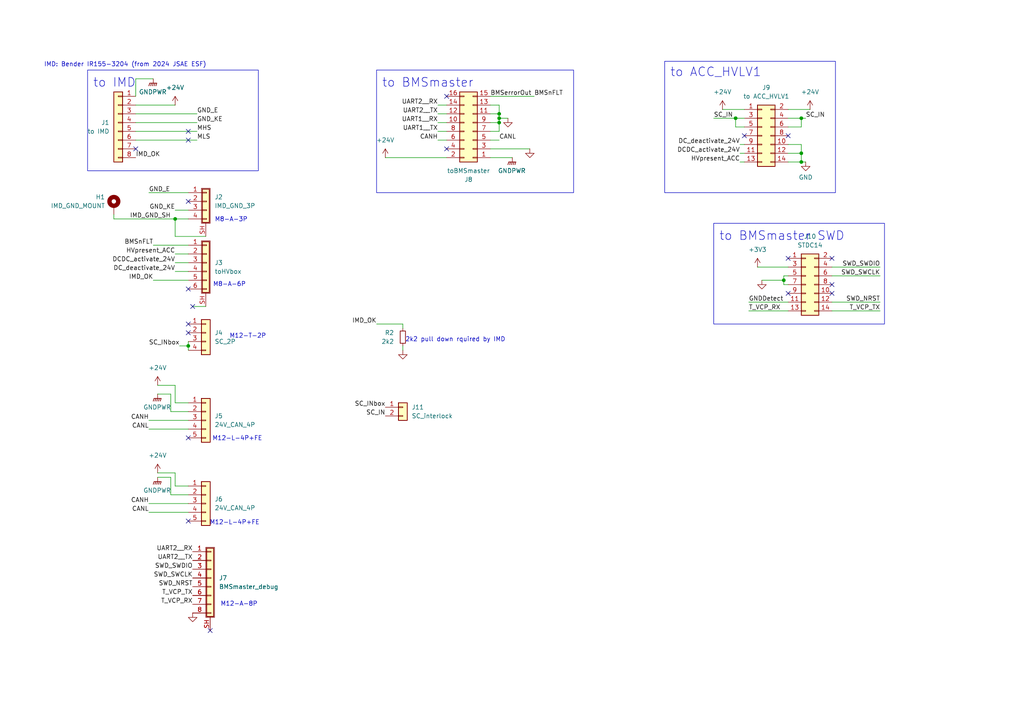
<source format=kicad_sch>
(kicad_sch (version 20231120) (generator "eeschema") (generator_version "8.0")
  (paper "A4")
  (title_block (title "ACC_CONN1") (date "2025-03-11") (rev "1.0") (company "NTURacing") (comment 1 "Jack Kuo"))
  (lib_symbols
    (symbol "Connector_Generic:Conn_01x02" (pin_names (offset 1.016) hide)
      (property "Reference" "J" (at 0 2.54 0))
      (property "Value" "Conn_01x02" (at 0 -5.08 0))
      (symbol "Conn_01x02_1_1"
        (rectangle (start -1.27 -2.413) (end 0 -2.667) (stroke (width 0.1524)))
        (rectangle (start -1.27 0.127) (end 0 -0.127) (stroke (width 0.1524)))
        (rectangle (start -1.27 1.27) (end 1.27 -3.81) (stroke (width 0.254)) (fill (type background)))
        (pin passive line (at -5.08 0 0) (length 3.81) (name "Pin_1") (number "1"))
        (pin passive line (at -5.08 -2.54 0) (length 3.81) (name "Pin_2") (number "2"))
      )
    )
    (symbol "Connector_Generic:Conn_01x04" (pin_names (offset 1.016) hide)
      (property "Reference" "J" (at 0 5.08 0))
      (property "Value" "Conn_01x04" (at 0 -7.62 0))
      (symbol "Conn_01x04_1_1"
        (rectangle (start -1.27 -4.953) (end 0 -5.207) (stroke (width 0.1524)))
        (rectangle (start -1.27 -2.413) (end 0 -2.667) (stroke (width 0.1524)))
        (rectangle (start -1.27 0.127) (end 0 -0.127) (stroke (width 0.1524)))
        (rectangle (start -1.27 2.667) (end 0 2.413) (stroke (width 0.1524)))
        (rectangle (start -1.27 3.81) (end 1.27 -6.35) (stroke (width 0.254)) (fill (type background)))
        (pin passive line (at -5.08 2.54 0) (length 3.81) (name "Pin_1") (number "1"))
        (pin passive line (at -5.08 0 0) (length 3.81) (name "Pin_2") (number "2"))
        (pin passive line (at -5.08 -2.54 0) (length 3.81) (name "Pin_3") (number "3"))
        (pin passive line (at -5.08 -5.08 0) (length 3.81) (name "Pin_4") (number "4"))
      )
    )
    (symbol "Connector_Generic:Conn_01x05" (pin_names (offset 1.016) hide)
      (property "Reference" "J" (at 0 7.62 0))
      (property "Value" "Conn_01x05" (at 0 -7.62 0))
      (symbol "Conn_01x05_1_1"
        (rectangle (start -1.27 -4.953) (end 0 -5.207) (stroke (width 0.1524)))
        (rectangle (start -1.27 -2.413) (end 0 -2.667) (stroke (width 0.1524)))
        (rectangle (start -1.27 0.127) (end 0 -0.127) (stroke (width 0.1524)))
        (rectangle (start -1.27 2.667) (end 0 2.413) (stroke (width 0.1524)))
        (rectangle (start -1.27 5.207) (end 0 4.953) (stroke (width 0.1524)))
        (rectangle (start -1.27 6.35) (end 1.27 -6.35) (stroke (width 0.254)) (fill (type background)))
        (pin passive line (at -5.08 5.08 0) (length 3.81) (name "Pin_1") (number "1"))
        (pin passive line (at -5.08 2.54 0) (length 3.81) (name "Pin_2") (number "2"))
        (pin passive line (at -5.08 0 0) (length 3.81) (name "Pin_3") (number "3"))
        (pin passive line (at -5.08 -2.54 0) (length 3.81) (name "Pin_4") (number "4"))
        (pin passive line (at -5.08 -5.08 0) (length 3.81) (name "Pin_5") (number "5"))
      )
    )
    (symbol "Connector_Generic:Conn_01x08" (pin_names (offset 1.016) hide)
      (property "Reference" "J" (at 0 10.16 0))
      (property "Value" "Conn_01x08" (at 0 -12.7 0))
      (symbol "Conn_01x08_1_1"
        (rectangle (start -1.27 -10.033) (end 0 -10.287) (stroke (width 0.1524)))
        (rectangle (start -1.27 -7.493) (end 0 -7.747) (stroke (width 0.1524)))
        (rectangle (start -1.27 -4.953) (end 0 -5.207) (stroke (width 0.1524)))
        (rectangle (start -1.27 -2.413) (end 0 -2.667) (stroke (width 0.1524)))
        (rectangle (start -1.27 0.127) (end 0 -0.127) (stroke (width 0.1524)))
        (rectangle (start -1.27 2.667) (end 0 2.413) (stroke (width 0.1524)))
        (rectangle (start -1.27 5.207) (end 0 4.953) (stroke (width 0.1524)))
        (rectangle (start -1.27 7.747) (end 0 7.493) (stroke (width 0.1524)))
        (rectangle (start -1.27 8.89) (end 1.27 -11.43) (stroke (width 0.254)) (fill (type background)))
        (pin passive line (at -5.08 7.62 0) (length 3.81) (name "Pin_1") (number "1"))
        (pin passive line (at -5.08 5.08 0) (length 3.81) (name "Pin_2") (number "2"))
        (pin passive line (at -5.08 2.54 0) (length 3.81) (name "Pin_3") (number "3"))
        (pin passive line (at -5.08 0 0) (length 3.81) (name "Pin_4") (number "4"))
        (pin passive line (at -5.08 -2.54 0) (length 3.81) (name "Pin_5") (number "5"))
        (pin passive line (at -5.08 -5.08 0) (length 3.81) (name "Pin_6") (number "6"))
        (pin passive line (at -5.08 -7.62 0) (length 3.81) (name "Pin_7") (number "7"))
        (pin passive line (at -5.08 -10.16 0) (length 3.81) (name "Pin_8") (number "8"))
      )
    )
    (symbol "Connector_Generic:Conn_02x07_Odd_Even" (pin_names (offset 1.016) hide)
      (property "Reference" "J" (at 1.27 10.16 0))
      (property "Value" "Conn_02x07_Odd_Even" (at 1.27 -10.16 0))
      (symbol "Conn_02x07_Odd_Even_1_1"
        (rectangle (start -1.27 -7.493) (end 0 -7.747) (stroke (width 0.1524)))
        (rectangle (start -1.27 -4.953) (end 0 -5.207) (stroke (width 0.1524)))
        (rectangle (start -1.27 -2.413) (end 0 -2.667) (stroke (width 0.1524)))
        (rectangle (start -1.27 0.127) (end 0 -0.127) (stroke (width 0.1524)))
        (rectangle (start -1.27 2.667) (end 0 2.413) (stroke (width 0.1524)))
        (rectangle (start -1.27 5.207) (end 0 4.953) (stroke (width 0.1524)))
        (rectangle (start -1.27 7.747) (end 0 7.493) (stroke (width 0.1524)))
        (rectangle (start -1.27 8.89) (end 3.81 -8.89) (stroke (width 0.254)) (fill (type background)))
        (rectangle (start 3.81 -7.493) (end 2.54 -7.747) (stroke (width 0.1524)))
        (rectangle (start 3.81 -4.953) (end 2.54 -5.207) (stroke (width 0.1524)))
        (rectangle (start 3.81 -2.413) (end 2.54 -2.667) (stroke (width 0.1524)))
        (rectangle (start 3.81 0.127) (end 2.54 -0.127) (stroke (width 0.1524)))
        (rectangle (start 3.81 2.667) (end 2.54 2.413) (stroke (width 0.1524)))
        (rectangle (start 3.81 5.207) (end 2.54 4.953) (stroke (width 0.1524)))
        (rectangle (start 3.81 7.747) (end 2.54 7.493) (stroke (width 0.1524)))
        (pin passive line (at -5.08 7.62 0) (length 3.81) (name "Pin_1") (number "1"))
        (pin passive line (at 7.62 -2.54 180) (length 3.81) (name "Pin_10") (number "10"))
        (pin passive line (at -5.08 -5.08 0) (length 3.81) (name "Pin_11") (number "11"))
        (pin passive line (at 7.62 -5.08 180) (length 3.81) (name "Pin_12") (number "12"))
        (pin passive line (at -5.08 -7.62 0) (length 3.81) (name "Pin_13") (number "13"))
        (pin passive line (at 7.62 -7.62 180) (length 3.81) (name "Pin_14") (number "14"))
        (pin passive line (at 7.62 7.62 180) (length 3.81) (name "Pin_2") (number "2"))
        (pin passive line (at -5.08 5.08 0) (length 3.81) (name "Pin_3") (number "3"))
        (pin passive line (at 7.62 5.08 180) (length 3.81) (name "Pin_4") (number "4"))
        (pin passive line (at -5.08 2.54 0) (length 3.81) (name "Pin_5") (number "5"))
        (pin passive line (at 7.62 2.54 180) (length 3.81) (name "Pin_6") (number "6"))
        (pin passive line (at -5.08 0 0) (length 3.81) (name "Pin_7") (number "7"))
        (pin passive line (at 7.62 0 180) (length 3.81) (name "Pin_8") (number "8"))
        (pin passive line (at -5.08 -2.54 0) (length 3.81) (name "Pin_9") (number "9"))
      )
    )
    (symbol "Connector_Generic:Conn_02x08_Odd_Even" (pin_names (offset 1.016) hide)
      (property "Reference" "J" (at 1.27 10.16 0))
      (property "Value" "Conn_02x08_Odd_Even" (at 1.27 -12.7 0))
      (symbol "Conn_02x08_Odd_Even_1_1"
        (rectangle (start -1.27 -10.033) (end 0 -10.287) (stroke (width 0.1524)))
        (rectangle (start -1.27 -7.493) (end 0 -7.747) (stroke (width 0.1524)))
        (rectangle (start -1.27 -4.953) (end 0 -5.207) (stroke (width 0.1524)))
        (rectangle (start -1.27 -2.413) (end 0 -2.667) (stroke (width 0.1524)))
        (rectangle (start -1.27 0.127) (end 0 -0.127) (stroke (width 0.1524)))
        (rectangle (start -1.27 2.667) (end 0 2.413) (stroke (width 0.1524)))
        (rectangle (start -1.27 5.207) (end 0 4.953) (stroke (width 0.1524)))
        (rectangle (start -1.27 7.747) (end 0 7.493) (stroke (width 0.1524)))
        (rectangle (start -1.27 8.89) (end 3.81 -11.43) (stroke (width 0.254)) (fill (type background)))
        (rectangle (start 3.81 -10.033) (end 2.54 -10.287) (stroke (width 0.1524)))
        (rectangle (start 3.81 -7.493) (end 2.54 -7.747) (stroke (width 0.1524)))
        (rectangle (start 3.81 -4.953) (end 2.54 -5.207) (stroke (width 0.1524)))
        (rectangle (start 3.81 -2.413) (end 2.54 -2.667) (stroke (width 0.1524)))
        (rectangle (start 3.81 0.127) (end 2.54 -0.127) (stroke (width 0.1524)))
        (rectangle (start 3.81 2.667) (end 2.54 2.413) (stroke (width 0.1524)))
        (rectangle (start 3.81 5.207) (end 2.54 4.953) (stroke (width 0.1524)))
        (rectangle (start 3.81 7.747) (end 2.54 7.493) (stroke (width 0.1524)))
        (pin passive line (at -5.08 7.62 0) (length 3.81) (name "Pin_1") (number "1"))
        (pin passive line (at 7.62 -2.54 180) (length 3.81) (name "Pin_10") (number "10"))
        (pin passive line (at -5.08 -5.08 0) (length 3.81) (name "Pin_11") (number "11"))
        (pin passive line (at 7.62 -5.08 180) (length 3.81) (name "Pin_12") (number "12"))
        (pin passive line (at -5.08 -7.62 0) (length 3.81) (name "Pin_13") (number "13"))
        (pin passive line (at 7.62 -7.62 180) (length 3.81) (name "Pin_14") (number "14"))
        (pin passive line (at -5.08 -10.16 0) (length 3.81) (name "Pin_15") (number "15"))
        (pin passive line (at 7.62 -10.16 180) (length 3.81) (name "Pin_16") (number "16"))
        (pin passive line (at 7.62 7.62 180) (length 3.81) (name "Pin_2") (number "2"))
        (pin passive line (at -5.08 5.08 0) (length 3.81) (name "Pin_3") (number "3"))
        (pin passive line (at 7.62 5.08 180) (length 3.81) (name "Pin_4") (number "4"))
        (pin passive line (at -5.08 2.54 0) (length 3.81) (name "Pin_5") (number "5"))
        (pin passive line (at 7.62 2.54 180) (length 3.81) (name "Pin_6") (number "6"))
        (pin passive line (at -5.08 0 0) (length 3.81) (name "Pin_7") (number "7"))
        (pin passive line (at 7.62 0 180) (length 3.81) (name "Pin_8") (number "8"))
        (pin passive line (at -5.08 -2.54 0) (length 3.81) (name "Pin_9") (number "9"))
      )
    )
    (symbol "Connector_Generic_Shielded:Conn_01x04_Shielded" (pin_names (offset 1.016) hide)
      (property "Reference" "J" (at 0.254 4.826 0))
      (property "Value" "Conn_01x04_Shielded" (at 1.016 -7.366 0))
      (symbol "Conn_01x04_Shielded_1_1"
        (rectangle (start -1.27 3.81) (end 1.27 -6.35) (stroke (width 0.1524)))
        (rectangle (start -1.016 -4.953) (end 0.254 -5.207) (stroke (width 0.1524)))
        (rectangle (start -1.016 -2.413) (end 0.254 -2.667) (stroke (width 0.1524)))
        (rectangle (start -1.016 0.127) (end 0.254 -0.127) (stroke (width 0.1524)))
        (rectangle (start -1.016 2.667) (end 0.254 2.413) (stroke (width 0.1524)))
        (rectangle (start -1.016 3.556) (end 1.016 -6.096) (stroke (width 0.254)) (fill (type background)))
        (pin passive line (at -5.08 2.54 0) (length 4.064) (name "Pin_1") (number "1"))
        (pin passive line (at -5.08 0 0) (length 4.064) (name "Pin_2") (number "2"))
        (pin passive line (at -5.08 -2.54 0) (length 4.064) (name "Pin_3") (number "3"))
        (pin passive line (at -5.08 -5.08 0) (length 4.064) (name "Pin_4") (number "4"))
        (pin passive line (at 0 -10.16 90) (length 3.81) (name "Shield") (number "SH"))
      )
    )
    (symbol "Connector_Generic_Shielded:Conn_01x06_Shielded" (pin_names (offset 1.016) hide)
      (property "Reference" "J" (at 0.254 7.366 0))
      (property "Value" "Conn_01x06_Shielded" (at 1.016 -9.906 0))
      (symbol "Conn_01x06_Shielded_1_1"
        (rectangle (start -1.27 6.35) (end 1.27 -8.89) (stroke (width 0.1524)))
        (rectangle (start -1.016 -7.493) (end 0.254 -7.747) (stroke (width 0.1524)))
        (rectangle (start -1.016 -4.953) (end 0.254 -5.207) (stroke (width 0.1524)))
        (rectangle (start -1.016 -2.413) (end 0.254 -2.667) (stroke (width 0.1524)))
        (rectangle (start -1.016 0.127) (end 0.254 -0.127) (stroke (width 0.1524)))
        (rectangle (start -1.016 2.667) (end 0.254 2.413) (stroke (width 0.1524)))
        (rectangle (start -1.016 5.207) (end 0.254 4.953) (stroke (width 0.1524)))
        (rectangle (start -1.016 6.096) (end 1.016 -8.636) (stroke (width 0.254)) (fill (type background)))
        (pin passive line (at -5.08 5.08 0) (length 4.064) (name "Pin_1") (number "1"))
        (pin passive line (at -5.08 2.54 0) (length 4.064) (name "Pin_2") (number "2"))
        (pin passive line (at -5.08 0 0) (length 4.064) (name "Pin_3") (number "3"))
        (pin passive line (at -5.08 -2.54 0) (length 4.064) (name "Pin_4") (number "4"))
        (pin passive line (at -5.08 -5.08 0) (length 4.064) (name "Pin_5") (number "5"))
        (pin passive line (at -5.08 -7.62 0) (length 4.064) (name "Pin_6") (number "6"))
        (pin passive line (at 0 -12.7 90) (length 3.81) (name "Shield") (number "SH"))
      )
    )
    (symbol "Connector_Generic_Shielded:Conn_01x08_Shielded" (pin_names (offset 1.016) hide)
      (property "Reference" "J" (at 0.254 9.906 0))
      (property "Value" "Conn_01x08_Shielded" (at 1.016 -12.446 0))
      (symbol "Conn_01x08_Shielded_1_1"
        (rectangle (start -1.27 8.89) (end 1.27 -11.43) (stroke (width 0.1524)))
        (rectangle (start -1.016 -10.033) (end 0.254 -10.287) (stroke (width 0.1524)))
        (rectangle (start -1.016 -7.493) (end 0.254 -7.747) (stroke (width 0.1524)))
        (rectangle (start -1.016 -4.953) (end 0.254 -5.207) (stroke (width 0.1524)))
        (rectangle (start -1.016 -2.413) (end 0.254 -2.667) (stroke (width 0.1524)))
        (rectangle (start -1.016 0.127) (end 0.254 -0.127) (stroke (width 0.1524)))
        (rectangle (start -1.016 2.667) (end 0.254 2.413) (stroke (width 0.1524)))
        (rectangle (start -1.016 5.207) (end 0.254 4.953) (stroke (width 0.1524)))
        (rectangle (start -1.016 7.747) (end 0.254 7.493) (stroke (width 0.1524)))
        (rectangle (start -1.016 8.636) (end 1.016 -11.176) (stroke (width 0.254)) (fill (type background)))
        (pin passive line (at -5.08 7.62 0) (length 4.064) (name "Pin_1") (number "1"))
        (pin passive line (at -5.08 5.08 0) (length 4.064) (name "Pin_2") (number "2"))
        (pin passive line (at -5.08 2.54 0) (length 4.064) (name "Pin_3") (number "3"))
        (pin passive line (at -5.08 0 0) (length 4.064) (name "Pin_4") (number "4"))
        (pin passive line (at -5.08 -2.54 0) (length 4.064) (name "Pin_5") (number "5"))
        (pin passive line (at -5.08 -5.08 0) (length 4.064) (name "Pin_6") (number "6"))
        (pin passive line (at -5.08 -7.62 0) (length 4.064) (name "Pin_7") (number "7"))
        (pin passive line (at -5.08 -10.16 0) (length 4.064) (name "Pin_8") (number "8"))
        (pin passive line (at 0 -15.24 90) (length 3.81) (name "Shield") (number "SH"))
      )
    )
    (symbol "Device:R_Small" (pin_numbers hide) (pin_names (offset 0.254) hide)
      (property "Reference" "R" (at 0.762 0.508 0))
      (property "Value" "R_Small" (at 0.762 -1.016 0))
      (symbol "R_Small_0_1"
        (rectangle (start -0.762 1.778) (end 0.762 -1.778) (stroke (width 0.2032)))
      )
      (symbol "R_Small_1_1"
        (pin passive line (at 0 2.54 270) (length 0.762) (name "~") (number "1"))
        (pin passive line (at 0 -2.54 90) (length 0.762) (name "~") (number "2"))
      )
    )
    (symbol "Mechanical:MountingHole_Pad" (pin_numbers hide) (pin_names (offset 1.016) hide) (exclude_from_sim yes) (in_bom no)
      (property "Reference" "H" (at 0 6.35 0))
      (property "Value" "MountingHole_Pad" (at 0 4.445 0))
      (symbol "MountingHole_Pad_0_1"
        (circle (center 0 1.27) (radius 1.27) (stroke (width 1.27)))
      )
      (symbol "MountingHole_Pad_1_1"
        (pin input line (at 0 -2.54 90) (length 2.54) (name "1") (number "1"))
      )
    )
    (symbol "power:+24V" (power) (pin_numbers hide) (pin_names (offset 0) hide)
      (property "Value" "+24V" (at 0 3.556 0))
      (symbol "+24V_0_1"
        (polyline (pts (xy -0.762 1.27) (xy 0 2.54)))
        (polyline (pts (xy 0 0) (xy 0 2.54)))
        (polyline (pts (xy 0 2.54) (xy 0.762 1.27)))
      )
      (symbol "+24V_1_1"
        (pin power_in line (at 0 0 90) (length 0) (name "~") (number "1"))
      )
    )
    (symbol "power:+3V3" (power) (pin_numbers hide) (pin_names (offset 0) hide)
      (property "Value" "+3V3" (at 0 3.556 0))
      (symbol "+3V3_0_1"
        (polyline (pts (xy -0.762 1.27) (xy 0 2.54)))
        (polyline (pts (xy 0 0) (xy 0 2.54)))
        (polyline (pts (xy 0 2.54) (xy 0.762 1.27)))
      )
      (symbol "+3V3_1_1"
        (pin power_in line (at 0 0 90) (length 0) (name "~") (number "1"))
      )
    )
    (symbol "power:GND" (power) (pin_numbers hide) (pin_names (offset 0) hide)
      (property "Value" "GND" (at 0 -3.81 0))
      (symbol "GND_0_1"
        (polyline (pts (xy 0 0) (xy 0 -1.27) (xy 1.27 -1.27) (xy 0 -2.54) (xy -1.27 -1.27) (xy 0 -1.27)))
      )
      (symbol "GND_1_1"
        (pin power_in line (at 0 0 270) (length 0) (name "~") (number "1"))
      )
    )
    (symbol "power:GNDPWR" (power) (pin_numbers hide) (pin_names (offset 0) hide)
      (property "Value" "GNDPWR" (at 0 -3.302 0))
      (symbol "GNDPWR_0_1"
        (polyline (pts (xy 0 -1.27) (xy 0 0)))
        (polyline (pts (xy -1.016 -1.27) (xy -1.27 -2.032) (xy -1.27 -2.032)) (stroke (width 0.2032)))
        (polyline (pts (xy -0.508 -1.27) (xy -0.762 -2.032) (xy -0.762 -2.032)) (stroke (width 0.2032)))
        (polyline (pts (xy 0 -1.27) (xy -0.254 -2.032) (xy -0.254 -2.032)) (stroke (width 0.2032)))
        (polyline (pts (xy 0.508 -1.27) (xy 0.254 -2.032) (xy 0.254 -2.032)) (stroke (width 0.2032)))
        (polyline (pts (xy 1.016 -1.27) (xy -1.016 -1.27) (xy -1.016 -1.27)) (stroke (width 0.2032)))
        (polyline (pts (xy 1.016 -1.27) (xy 0.762 -2.032) (xy 0.762 -2.032) (xy 0.762 -2.032)) (stroke (width 0.2032)))
      )
      (symbol "GNDPWR_1_1"
        (pin power_in line (at 0 0 270) (length 0) (name "~") (number "1"))
      )
    )
  )
  (junction (at 50.8 63.5))
  (junction (at 144.78 33.02))
  (junction (at 232.41 46.99))
  (junction (at 232.41 34.29))
  (junction (at 144.78 35.56))
  (junction (at 227.33 81.28))
  (junction (at 213.36 34.29))
  (junction (at 144.78 34.29))
  (junction (at 232.41 44.45))
  (junction (at 54.61 100.33))
  (no_connect (at 228.6 74.93))
  (no_connect (at 54.61 151.13))
  (no_connect (at 54.61 58.42))
  (no_connect (at 54.61 83.82))
  (no_connect (at 60.96 182.88))
  (no_connect (at 241.3 82.55))
  (no_connect (at 129.54 27.94))
  (no_connect (at 39.37 43.18))
  (no_connect (at 54.61 127))
  (no_connect (at 54.61 96.52))
  (no_connect (at 129.54 43.18))
  (no_connect (at 228.6 39.37))
  (no_connect (at 55.88 88.9))
  (no_connect (at 54.61 38.1))
  (no_connect (at 215.9 39.37))
  (no_connect (at 241.3 85.09))
  (no_connect (at 228.6 85.09))
  (no_connect (at 54.61 93.98))
  (no_connect (at 54.61 40.64))
  (no_connect (at 241.3 74.93))
  (wire (pts (xy 33.02 62.23) (xy 33.02 63.5)))
  (wire (pts (xy 144.78 30.48) (xy 142.24 30.48)))
  (wire (pts (xy 44.45 81.28) (xy 54.61 81.28)))
  (wire (pts (xy 43.18 148.59) (xy 54.61 148.59)))
  (wire (pts (xy 50.8 111.76) (xy 50.8 116.84)))
  (wire (pts (xy 49.53 119.38) (xy 54.61 119.38)))
  (wire (pts (xy 144.78 34.29) (xy 144.78 35.56)))
  (wire (pts (xy 57.15 38.1) (xy 39.37 38.1)))
  (wire (pts (xy 142.24 43.18) (xy 153.67 43.18)))
  (wire (pts (xy 57.15 33.02) (xy 39.37 33.02)))
  (wire (pts (xy 214.63 46.99) (xy 215.9 46.99)))
  (wire (pts (xy 55.88 88.9) (xy 59.69 88.9)))
  (wire (pts (xy 144.78 33.02) (xy 144.78 34.29)))
  (wire (pts (xy 45.72 137.16) (xy 50.8 137.16)))
  (wire (pts (xy 142.24 45.72) (xy 148.59 45.72)))
  (wire (pts (xy 232.41 46.99) (xy 228.6 46.99)))
  (wire (pts (xy 213.36 34.29) (xy 215.9 34.29)))
  (wire (pts (xy 241.3 80.01) (xy 255.27 80.01)))
  (wire (pts (xy 227.33 82.55) (xy 228.6 82.55)))
  (wire (pts (xy 50.8 73.66) (xy 54.61 73.66)))
  (wire (pts (xy 241.3 87.63) (xy 255.27 87.63)))
  (wire (pts (xy 57.15 35.56) (xy 39.37 35.56)))
  (wire (pts (xy 44.45 22.86) (xy 39.37 22.86)))
  (wire (pts (xy 127 38.1) (xy 129.54 38.1)))
  (wire (pts (xy 50.8 140.97) (xy 54.61 140.97)))
  (wire (pts (xy 144.78 40.64) (xy 142.24 40.64)))
  (wire (pts (xy 45.72 111.76) (xy 50.8 111.76)))
  (wire (pts (xy 207.01 34.29) (xy 213.36 34.29)))
  (wire (pts (xy 43.18 121.92) (xy 54.61 121.92)))
  (wire (pts (xy 214.63 41.91) (xy 215.9 41.91)))
  (wire (pts (xy 45.72 114.3) (xy 49.53 114.3)))
  (wire (pts (xy 144.78 30.48) (xy 144.78 33.02)))
  (wire (pts (xy 232.41 44.45) (xy 228.6 44.45)))
  (wire (pts (xy 214.63 44.45) (xy 215.9 44.45)))
  (wire (pts (xy 234.95 31.75) (xy 228.6 31.75)))
  (wire (pts (xy 49.53 114.3) (xy 49.53 119.38)))
  (wire (pts (xy 232.41 34.29) (xy 233.68 34.29)))
  (wire (pts (xy 116.84 93.98) (xy 116.84 95.25)))
  (wire (pts (xy 44.45 71.12) (xy 54.61 71.12)))
  (wire (pts (xy 217.17 87.63) (xy 228.6 87.63)))
  (wire (pts (xy 50.8 60.96) (xy 54.61 60.96)))
  (wire (pts (xy 142.24 27.94) (xy 154.94 27.94)))
  (wire (pts (xy 233.68 46.99) (xy 232.41 46.99)))
  (wire (pts (xy 213.36 34.29) (xy 213.36 36.83)))
  (wire (pts (xy 209.55 31.75) (xy 215.9 31.75)))
  (wire (pts (xy 232.41 41.91) (xy 232.41 44.45)))
  (wire (pts (xy 127 33.02) (xy 129.54 33.02)))
  (wire (pts (xy 227.33 80.01) (xy 227.33 81.28)))
  (wire (pts (xy 127 35.56) (xy 129.54 35.56)))
  (wire (pts (xy 50.8 63.5) (xy 50.8 68.58)))
  (wire (pts (xy 52.07 100.33) (xy 54.61 100.33)))
  (wire (pts (xy 50.8 63.5) (xy 54.61 63.5)))
  (wire (pts (xy 54.61 100.33) (xy 54.61 101.6)))
  (wire (pts (xy 45.72 138.43) (xy 49.53 138.43)))
  (wire (pts (xy 147.32 34.29) (xy 144.78 34.29)))
  (wire (pts (xy 232.41 44.45) (xy 232.41 46.99)))
  (wire (pts (xy 50.8 137.16) (xy 50.8 140.97)))
  (wire (pts (xy 228.6 34.29) (xy 232.41 34.29)))
  (wire (pts (xy 43.18 146.05) (xy 54.61 146.05)))
  (wire (pts (xy 232.41 41.91) (xy 228.6 41.91)))
  (wire (pts (xy 227.33 81.28) (xy 227.33 82.55)))
  (wire (pts (xy 219.71 77.47) (xy 228.6 77.47)))
  (wire (pts (xy 144.78 38.1) (xy 142.24 38.1)))
  (wire (pts (xy 111.76 45.72) (xy 129.54 45.72)))
  (wire (pts (xy 33.02 63.5) (xy 50.8 63.5)))
  (wire (pts (xy 232.41 36.83) (xy 232.41 34.29)))
  (wire (pts (xy 144.78 33.02) (xy 142.24 33.02)))
  (wire (pts (xy 39.37 22.86) (xy 39.37 27.94)))
  (wire (pts (xy 241.3 77.47) (xy 255.27 77.47)))
  (wire (pts (xy 109.22 93.98) (xy 116.84 93.98)))
  (wire (pts (xy 215.9 36.83) (xy 213.36 36.83)))
  (wire (pts (xy 50.8 76.2) (xy 54.61 76.2)))
  (wire (pts (xy 49.53 143.51) (xy 54.61 143.51)))
  (wire (pts (xy 54.61 99.06) (xy 54.61 100.33)))
  (wire (pts (xy 50.8 78.74) (xy 54.61 78.74)))
  (wire (pts (xy 49.53 138.43) (xy 49.53 143.51)))
  (wire (pts (xy 217.17 90.17) (xy 228.6 90.17)))
  (wire (pts (xy 228.6 36.83) (xy 232.41 36.83)))
  (wire (pts (xy 39.37 30.48) (xy 50.8 30.48)))
  (wire (pts (xy 127 30.48) (xy 129.54 30.48)))
  (wire (pts (xy 241.3 90.17) (xy 255.27 90.17)))
  (wire (pts (xy 116.84 101.6) (xy 116.84 100.33)))
  (wire (pts (xy 57.15 40.64) (xy 39.37 40.64)))
  (wire (pts (xy 144.78 35.56) (xy 142.24 35.56)))
  (wire (pts (xy 144.78 35.56) (xy 144.78 38.1)))
  (wire (pts (xy 43.18 55.88) (xy 54.61 55.88)))
  (wire (pts (xy 127 40.64) (xy 129.54 40.64)))
  (wire (pts (xy 43.18 124.46) (xy 54.61 124.46)))
  (wire (pts (xy 50.8 68.58) (xy 59.69 68.58)))
  (wire (pts (xy 227.33 81.28) (xy 220.98 81.28)))
  (wire (pts (xy 228.6 80.01) (xy 227.33 80.01)))
  (wire (pts (xy 50.8 116.84) (xy 54.61 116.84)))
  (rectangle (start 192.786 17.78) (end 242.316 55.88))
  (rectangle (start 109.22 20.32) (end 166.37 55.88))
  (rectangle (start 25.4 20.32) (end 74.93 49.53))
  (rectangle (start 207.01 64.77) (end 256.54 93.98))
  (text "M12-T-2P" (at 71.882 97.536 0) (effects (font (size 1.27 1.27))))
  (text "to BMSmaster SWD" (at 208.534 67.056 0) (effects (font (size 2.54 2.54)) (justify left top)))
  (text "M12-L-4P+FE" (at 68.072 151.638 0) (effects (font (size 1.27 1.27))))
  (text "to BMSmaster" (at 110.744 22.606 0) (effects (font (size 2.54 2.54)) (justify left top)))
  (text "to IMD" (at 26.924 22.606 0) (effects (font (size 2.54 2.54)) (justify left top)))
  (text "to ACC_HVLV1" (at 194.31 19.558 0) (effects (font (size 2.54 2.54)) (justify left top)))
  (text "M8-A-6P" (at 66.548 82.55 0) (effects (font (size 1.27 1.27))))
  (text "M8-A-3P" (at 67.056 63.754 0) (effects (font (size 1.27 1.27))))
  (text "2k2 pull down rquired by IMD" (at 132.08 98.552 0) (effects (font (size 1.27 1.27))))
  (text "M12-L-4P+FE" (at 68.834 127.254 0) (effects (font (size 1.27 1.27))))
  (text "IMD: Bender IR155-3204 (from 2024 JSAE ESF)" (at 36.322 18.796 0) (effects (font (size 1.27 1.27))))
  (text "M12-A-8P" (at 69.342 175.26 0) (effects (font (size 1.27 1.27))))
  (label "BMSerrorOut" (at 142.24 27.94 0))
  (label "T_VCP_RX" (at 217.17 90.17 0))
  (label "SWD_SWCLK" (at 55.88 167.64 180))
  (label "T_VCP_TX" (at 255.27 90.17 180))
  (label "SC_IN" (at 233.68 34.29 0))
  (label "SC_INbox" (at 52.07 100.33 180))
  (label "CANL" (at 43.18 124.46 180))
  (label "UART1__RX" (at 127 35.56 180))
  (label "HVpresent_ACC" (at 50.8 73.66 180))
  (label "CANL" (at 144.78 40.64 0))
  (label "SWD_NRST" (at 55.88 170.18 180))
  (label "IMD_GND_SH" (at 49.53 63.5 180))
  (label "GND_KE" (at 50.8 60.96 180))
  (label "SWD_SWCLK" (at 255.27 80.01 180))
  (label "GND_KE" (at 57.15 35.56 0))
  (label "GND_E" (at 43.18 55.88 0))
  (label "SC_IN" (at 207.01 34.29 0))
  (label "SWD_SWDIO" (at 255.27 77.47 180))
  (label "IMD_OK" (at 44.45 81.28 180))
  (label "UART2__TX" (at 127 33.02 180))
  (label "SC_IN" (at 111.76 120.65 180))
  (label "T_VCP_RX" (at 55.88 175.26 180))
  (label "IMD_OK" (at 109.22 93.98 180))
  (label "MLS" (at 57.15 40.64 0))
  (label "SC_INbox" (at 111.76 118.11 180))
  (label "DC_deactivate_24V" (at 214.63 41.91 180))
  (label "SWD_NRST" (at 255.27 87.63 180))
  (label "UART2__TX" (at 55.88 162.56 180))
  (label "UART2__RX" (at 127 30.48 180))
  (label "CANH" (at 127 40.64 180))
  (label "BMSnFLT" (at 44.45 71.12 180))
  (label "DCDC_activate_24V" (at 214.63 44.45 180))
  (label "T_VCP_TX" (at 55.88 172.72 180))
  (label "UART2__RX" (at 55.88 160.02 180))
  (label "DC_deactivate_24V" (at 50.8 78.74 180))
  (label "GND_E" (at 57.15 33.02 0))
  (label "DCDC_activate_24V" (at 50.8 76.2 180))
  (label "BMSnFLT" (at 154.94 27.94 0))
  (label "IMD_OK" (at 39.37 45.72 0))
  (label "MHS" (at 57.15 38.1 0))
  (label "CANH" (at 43.18 121.92 180))
  (label "GNDDetect" (at 217.17 87.63 0))
  (label "UART1__TX" (at 127 38.1 180))
  (label "CANL" (at 43.18 148.59 180))
  (label "CANH" (at 43.18 146.05 180))
  (label "SWD_SWDIO" (at 55.88 165.1 180))
  (label "HVpresent_ACC" (at 214.63 46.99 180))
  (symbol (lib_id "Connector_Generic:Conn_02x07_Odd_Even") (at 233.68 82.55 0) (unit 1)
    (property "Reference" "J10" (at 234.95 68.58 0))
    (property "Value" "STDC14" (at 234.95 71.12 0))
    (property "Footprint" "nturt_kicad_lib_EP6:box_header_14P_pitch127" (effects (hide yes)))
    (property "Description" "Generic connector, double row, 02x07, odd/even pin numbering scheme (row 1 odd numbers, row 2 even numbers), script generated (kicad-library-utils/schlib/autogen/connector/)" (effects (hide yes)))
  )
  (symbol (lib_id "Connector_Generic:Conn_02x08_Odd_Even") (at 137.16 38.1 180) (unit 1)
    (property "Reference" "J8" (at 135.89 52.07 0))
    (property "Value" "toBMSmaster" (at 135.89 49.53 0))
    (property "Footprint" "Connector_IDC:IDC-Header_2x08_P2.54mm_Horizontal" (effects (hide yes)))
    (property "Description" "Generic connector, double row, 02x08, odd/even pin numbering scheme (row 1 odd numbers, row 2 even numbers), script generated (kicad-library-utils/schlib/autogen/connector/)" (effects (hide yes)))
  )
  (symbol (lib_id "power:+24V") (at 45.72 111.76 0) (unit 1)
    (property "Reference" "#PWR012" (effects (hide yes)))
    (property "Value" "+24V" (at 45.72 106.68 0))
    (property "Description" "Power symbol creates a global label with name \"+24V\"" (effects (hide yes)))
  )
  (symbol (lib_id "Mechanical:MountingHole_Pad") (at 33.02 59.69 0) (mirror y) (unit 1) (exclude_from_sim yes) (in_bom no)
    (property "Reference" "H1" (at 30.48 57.15 0) (effects (justify left)))
    (property "Value" "IMD_GND_MOUNT" (at 30.48 59.69 0) (effects (justify left)))
    (property "Footprint" "MountingHole:MountingHole_3.2mm_M3_Pad_Via" (effects (hide yes)))
    (property "Description" "Mounting Hole with connection" (effects (hide yes)))
  )
  (symbol (lib_id "power:GND") (at 233.68 46.99 0) (unit 1)
    (property "Reference" "#PWR09" (effects (hide yes)))
    (property "Value" "GND" (at 233.68 51.4334 0))
    (property "Description" "Power symbol creates a global label with name \"GND\" , ground" (effects (hide yes)))
  )
  (symbol (lib_id "power:GND") (at 147.32 34.29 0) (unit 1)
    (property "Reference" "#PWR03" (effects (hide yes)))
    (property "Value" "GND" (effects (hide yes)))
    (property "Description" "Power symbol creates a global label with name \"GND\" , ground" (effects (hide yes)))
  )
  (symbol (lib_id "Device:R_Small") (at 116.84 97.79 0) (mirror y) (unit 1)
    (property "Reference" "R2" (at 114.3 96.52 0) (effects (justify left)))
    (property "Value" "2k2" (at 114.3 99.06 0) (effects (justify left)))
    (property "Footprint" "Resistor_SMD:R_0805_2012Metric" (effects (hide yes)))
    (property "Description" "Resistor, small symbol" (effects (hide yes)))
  )
  (symbol (lib_id "Connector_Generic:Conn_01x04") (at 59.69 96.52 0) (unit 1)
    (property "Reference" "J4" (at 62.23 96.52 0) (effects (justify left)))
    (property "Value" "SC_2P" (at 62.23 99.06 0) (effects (justify left)))
    (property "Footprint" "nturt_kicad_lib_EP6:NianYeong-M12-T-M4P" (effects (hide yes)))
    (property "Description" "Generic connector, single row, 01x04, script generated (kicad-library-utils/schlib/autogen/connector/)" (effects (hide yes)))
  )
  (symbol (lib_id "Connector_Generic_Shielded:Conn_01x08_Shielded") (at 60.96 167.64 0) (unit 1)
    (property "Reference" "J7" (at 63.5 167.64 0) (effects (justify left)))
    (property "Value" "BMSmaster_debug" (at 63.5 170.18 0) (effects (justify left)))
    (property "Footprint" "nturt_kicad_lib_EP6:NianYeong-M12-A-F8P-Shield" (effects (hide yes)))
    (property "Description" "Generic shielded connector, single row, 01x08, script generated (kicad-library-utils/schlib/autogen/connector/)" (effects (hide yes)))
  )
  (symbol (lib_id "power:+24V") (at 111.76 45.72 0) (unit 1)
    (property "Reference" "#PWR06" (effects (hide yes)))
    (property "Value" "+24V" (at 111.76 40.64 0))
    (property "Description" "Power symbol creates a global label with name \"+24V\"" (effects (hide yes)))
  )
  (symbol (lib_id "power:GNDPWR") (at 45.72 114.3 0) (unit 1)
    (property "Reference" "#PWR013" (effects (hide yes)))
    (property "Value" "GNDPWR" (at 45.593 118.11 0))
    (property "Description" "Power symbol creates a global label with name \"GNDPWR\" , global ground" (effects (hide yes)))
  )
  (symbol (lib_id "power:GND") (at 220.98 81.28 0) (unit 1)
    (property "Reference" "#PWR011" (effects (hide yes)))
    (property "Value" "GND" (effects (hide yes)))
    (property "Description" "Power symbol creates a global label with name \"GND\" , ground" (effects (hide yes)))
  )
  (symbol (lib_id "power:+24V") (at 209.55 31.75 0) (unit 1)
    (property "Reference" "#PWR07" (effects (hide yes)))
    (property "Value" "+24V" (at 209.55 26.67 0))
    (property "Description" "Power symbol creates a global label with name \"+24V\"" (effects (hide yes)))
  )
  (symbol (lib_id "power:+3V3") (at 219.71 77.47 0) (unit 1)
    (property "Reference" "#PWR010" (effects (hide yes)))
    (property "Value" "+3V3" (at 219.71 72.39 0))
    (property "Description" "Power symbol creates a global label with name \"+3V3\"" (effects (hide yes)))
  )
  (symbol (lib_id "power:GNDPWR") (at 45.72 138.43 0) (unit 1)
    (property "Reference" "#PWR015" (effects (hide yes)))
    (property "Value" "GNDPWR" (at 45.593 142.24 0))
    (property "Description" "Power symbol creates a global label with name \"GNDPWR\" , global ground" (effects (hide yes)))
  )
  (symbol (lib_id "Connector_Generic:Conn_01x08") (at 34.29 35.56 0) (mirror y) (unit 1)
    (property "Reference" "J1" (at 31.75 35.56 0) (effects (justify left)))
    (property "Value" "to IMD" (at 31.75 38.1 0) (effects (justify left)))
    (property "Footprint" "Connector_JST:JST_XH_B8B-XH-A_1x08_P2.50mm_Vertical" (effects (hide yes)))
    (property "Description" "Generic connector, single row, 01x08, script generated (kicad-library-utils/schlib/autogen/connector/)" (effects (hide yes)))
  )
  (symbol (lib_id "power:+24V") (at 234.95 31.75 0) (unit 1)
    (property "Reference" "#PWR08" (effects (hide yes)))
    (property "Value" "+24V" (at 234.95 26.67 0))
    (property "Description" "Power symbol creates a global label with name \"+24V\"" (effects (hide yes)))
  )
  (symbol (lib_id "Connector_Generic_Shielded:Conn_01x04_Shielded") (at 59.69 58.42 0) (unit 1)
    (property "Reference" "J2" (at 62.23 57.15 0) (effects (justify left)))
    (property "Value" "IMD_GND_3P" (at 62.23 59.69 0) (effects (justify left)))
    (property "Footprint" "nturt_kicad_lib_EP6:WP-03F3-09-11" (effects (hide yes)))
    (property "Description" "Generic shielded connector, single row, 01x04, script generated (kicad-library-utils/schlib/autogen/connector/)" (effects (hide yes)))
  )
  (symbol (lib_id "power:+24V") (at 45.72 137.16 0) (unit 1)
    (property "Reference" "#PWR014" (effects (hide yes)))
    (property "Value" "+24V" (at 45.72 132.08 0))
    (property "Description" "Power symbol creates a global label with name \"+24V\"" (effects (hide yes)))
  )
  (symbol (lib_id "Connector_Generic:Conn_01x05") (at 59.69 121.92 0) (unit 1)
    (property "Reference" "J5" (at 62.23 120.65 0) (effects (justify left)))
    (property "Value" "24V_CAN_4P" (at 62.23 123.19 0) (effects (justify left)))
    (property "Footprint" "nturt_kicad_lib_EP6:NianYeong-M12-L-F5P" (effects (hide yes)))
    (property "Description" "Generic connector, single row, 01x05, script generated (kicad-library-utils/schlib/autogen/connector/)" (effects (hide yes)))
  )
  (symbol (lib_id "power:GND") (at 153.67 43.18 0) (unit 1)
    (property "Reference" "#PWR04" (effects (hide yes)))
    (property "Value" "GND" (effects (hide yes)))
    (property "Description" "Power symbol creates a global label with name \"GND\" , ground" (effects (hide yes)))
  )
  (symbol (lib_id "power:GND") (at 116.84 101.6 0) (unit 1)
    (property "Reference" "#PWR017" (effects (hide yes)))
    (property "Value" "GND" (effects (hide yes)))
    (property "Description" "Power symbol creates a global label with name \"GND\" , ground" (effects (hide yes)))
  )
  (symbol (lib_id "Connector_Generic:Conn_01x02") (at 116.84 118.11 0) (unit 1)
    (property "Reference" "J11" (at 119.38 118.11 0) (effects (justify left)))
    (property "Value" "SC_interlock" (at 119.38 120.65 0) (effects (justify left)))
    (property "Footprint" "Connector_JST:JST_VH_B2P-VH_1x02_P3.96mm_Vertical" (effects (hide yes)))
    (property "Description" "Generic connector, single row, 01x02, script generated (kicad-library-utils/schlib/autogen/connector/)" (effects (hide yes)))
  )
  (symbol (lib_id "power:GNDPWR") (at 148.59 45.72 0) (unit 1)
    (property "Reference" "#PWR05" (effects (hide yes)))
    (property "Value" "GNDPWR" (at 148.463 49.53 0))
    (property "Description" "Power symbol creates a global label with name \"GNDPWR\" , global ground" (effects (hide yes)))
  )
  (symbol (lib_id "Connector_Generic_Shielded:Conn_01x06_Shielded") (at 59.69 76.2 0) (unit 1)
    (property "Reference" "J3" (at 62.23 76.2 0) (effects (justify left)))
    (property "Value" "toHVbox" (at 62.23 78.74 0) (effects (justify left)))
    (property "Footprint" "nturt_kicad_lib_EP6:WP-06F3-09-11" (effects (hide yes)))
    (property "Description" "Generic shielded connector, single row, 01x06, script generated (kicad-library-utils/schlib/autogen/connector/)" (effects (hide yes)))
  )
  (symbol (lib_id "power:GND") (at 55.88 177.8 0) (unit 1)
    (property "Reference" "#PWR016" (effects (hide yes)))
    (property "Value" "GND" (effects (hide yes)))
    (property "Description" "Power symbol creates a global label with name \"GND\" , ground" (effects (hide yes)))
  )
  (symbol (lib_id "Connector_Generic:Conn_02x07_Odd_Even") (at 220.98 39.37 0) (unit 1)
    (property "Reference" "J9" (at 222.25 25.4 0))
    (property "Value" "to ACC_HVLV1" (at 222.25 27.94 0))
    (property "Footprint" "Connector_IDC:IDC-Header_2x07_P2.54mm_Vertical" (effects (hide yes)))
    (property "Description" "Generic connector, double row, 02x07, odd/even pin numbering scheme (row 1 odd numbers, row 2 even numbers), script generated (kicad-library-utils/schlib/autogen/connector/)" (effects (hide yes)))
  )
  (symbol (lib_id "power:GNDPWR") (at 44.45 22.86 0) (unit 1)
    (property "Reference" "#PWR02" (effects (hide yes)))
    (property "Value" "GNDPWR" (at 44.323 26.67 0))
    (property "Description" "Power symbol creates a global label with name \"GNDPWR\" , global ground" (effects (hide yes)))
  )
  (symbol (lib_id "Connector_Generic:Conn_01x05") (at 59.69 146.05 0) (unit 1)
    (property "Reference" "J6" (at 62.23 144.78 0) (effects (justify left)))
    (property "Value" "24V_CAN_4P" (at 62.23 147.32 0) (effects (justify left)))
    (property "Footprint" "nturt_kicad_lib_EP6:NianYeong-M12-L-F5P" (effects (hide yes)))
    (property "Description" "Generic connector, single row, 01x05, script generated (kicad-library-utils/schlib/autogen/connector/)" (effects (hide yes)))
  )
  (symbol (lib_id "power:+24V") (at 50.8 30.48 0) (unit 1)
    (property "Reference" "#PWR01" (effects (hide yes)))
    (property "Value" "+24V" (at 50.8 25.4 0))
    (property "Description" "Power symbol creates a global label with name \"+24V\"" (effects (hide yes)))
  )
)
</source>
